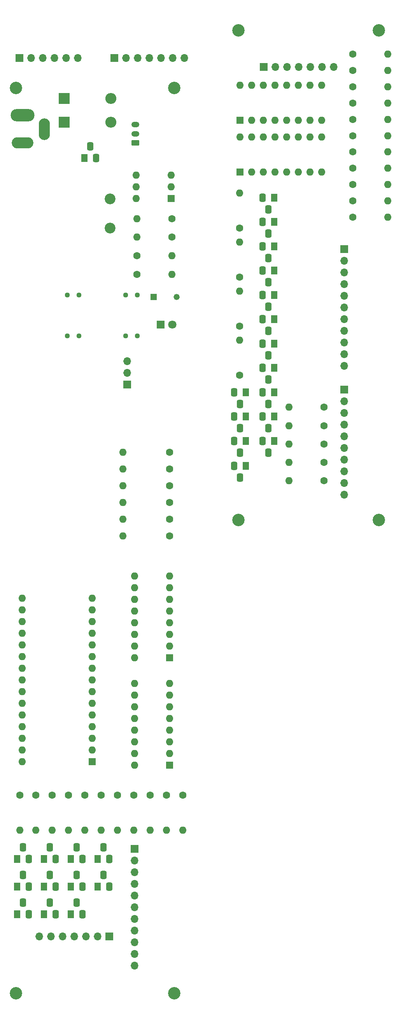
<source format=gbr>
%TF.GenerationSoftware,KiCad,Pcbnew,8.0.7*%
%TF.CreationDate,2025-07-02T12:24:07+01:00*%
%TF.ProjectId,KiCad,4b694361-642e-46b6-9963-61645f706362,v1*%
%TF.SameCoordinates,Original*%
%TF.FileFunction,Soldermask,Bot*%
%TF.FilePolarity,Negative*%
%FSLAX46Y46*%
G04 Gerber Fmt 4.6, Leading zero omitted, Abs format (unit mm)*
G04 Created by KiCad (PCBNEW 8.0.7) date 2025-07-02 12:24:07*
%MOMM*%
%LPD*%
G01*
G04 APERTURE LIST*
G04 Aperture macros list*
%AMRoundRect*
0 Rectangle with rounded corners*
0 $1 Rounding radius*
0 $2 $3 $4 $5 $6 $7 $8 $9 X,Y pos of 4 corners*
0 Add a 4 corners polygon primitive as box body*
4,1,4,$2,$3,$4,$5,$6,$7,$8,$9,$2,$3,0*
0 Add four circle primitives for the rounded corners*
1,1,$1+$1,$2,$3*
1,1,$1+$1,$4,$5*
1,1,$1+$1,$6,$7*
1,1,$1+$1,$8,$9*
0 Add four rect primitives between the rounded corners*
20,1,$1+$1,$2,$3,$4,$5,0*
20,1,$1+$1,$4,$5,$6,$7,0*
20,1,$1+$1,$6,$7,$8,$9,0*
20,1,$1+$1,$8,$9,$2,$3,0*%
G04 Aperture macros list end*
%ADD10R,1.320800X1.320800*%
%ADD11C,1.320800*%
%ADD12R,2.400000X2.400000*%
%ADD13O,2.400000X2.400000*%
%ADD14RoundRect,0.250000X0.625000X-0.350000X0.625000X0.350000X-0.625000X0.350000X-0.625000X-0.350000X0*%
%ADD15O,1.750000X1.200000*%
%ADD16C,1.600000*%
%ADD17O,1.600000X1.600000*%
%ADD18C,2.700000*%
%ADD19R,1.350000X1.800000*%
%ADD20RoundRect,0.337500X0.337500X0.562500X-0.337500X0.562500X-0.337500X-0.562500X0.337500X-0.562500X0*%
%ADD21RoundRect,0.337500X-0.337500X-0.562500X0.337500X-0.562500X0.337500X0.562500X-0.337500X0.562500X0*%
%ADD22R,1.600000X1.600000*%
%ADD23R,1.800000X1.800000*%
%ADD24C,1.800000*%
%ADD25R,1.700000X1.700000*%
%ADD26O,1.700000X1.700000*%
%ADD27O,5.204000X2.704000*%
%ADD28O,4.704000X2.454000*%
%ADD29O,2.454000X4.704000*%
%ADD30C,1.117600*%
%ADD31C,2.336800*%
G04 APERTURE END LIST*
D10*
%TO.C,C1*%
X72000000Y-222000000D03*
D11*
X76999990Y-222000000D03*
%TD*%
D12*
%TO.C,D2*%
X52500000Y-184000000D03*
D13*
X62660000Y-184000000D03*
%TD*%
D12*
%TO.C,D1*%
X52500000Y-178850000D03*
D13*
X62660000Y-178850000D03*
%TD*%
D14*
%TO.C,BT1*%
X68000000Y-188500000D03*
D15*
X68000000Y-186500000D03*
X68000000Y-184500000D03*
%TD*%
D16*
%TO.C,R47*%
X109120000Y-262000000D03*
D17*
X101500000Y-262000000D03*
%TD*%
D18*
%TO.C,M2.5*%
X76500000Y-373500000D03*
%TD*%
D19*
%TO.C,Q14*%
X98270000Y-210979492D03*
D20*
X97000000Y-213529492D03*
X95730000Y-210979492D03*
%TD*%
D19*
%TO.C,Q12*%
X98270000Y-200397656D03*
D20*
X97000000Y-202947656D03*
X95730000Y-200397656D03*
%TD*%
D16*
%TO.C,R49*%
X90730000Y-228333332D03*
D17*
X90730000Y-220713332D03*
%TD*%
D19*
%TO.C,Q27*%
X56960000Y-191775000D03*
D21*
X58230000Y-189225000D03*
X59500000Y-191775000D03*
%TD*%
D16*
%TO.C,R42*%
X109120000Y-250000000D03*
D17*
X101500000Y-250000000D03*
%TD*%
D16*
%TO.C,R43*%
X115380000Y-197500000D03*
D17*
X123000000Y-197500000D03*
%TD*%
D16*
%TO.C,R1*%
X42850000Y-330380000D03*
D17*
X42850000Y-338000000D03*
%TD*%
D22*
%TO.C,U6*%
X90800000Y-183532757D03*
D17*
X93340000Y-183532757D03*
X95880000Y-183532757D03*
X98420000Y-183532757D03*
X100960000Y-183532757D03*
X103500000Y-183532757D03*
X106040000Y-183532757D03*
X108580000Y-183532757D03*
X108580000Y-175912757D03*
X106040000Y-175912757D03*
X103500000Y-175912757D03*
X100960000Y-175912757D03*
X98420000Y-175912757D03*
X95880000Y-175912757D03*
X93340000Y-175912757D03*
X90800000Y-175912757D03*
%TD*%
D16*
%TO.C,R35*%
X68380000Y-213000000D03*
D17*
X76000000Y-213000000D03*
%TD*%
D19*
%TO.C,Q21*%
X92040000Y-253306836D03*
D20*
X90770000Y-255856836D03*
X89500000Y-253306836D03*
%TD*%
D16*
%TO.C,R17*%
X75500000Y-274000000D03*
D17*
X65340000Y-274000000D03*
%TD*%
D19*
%TO.C,Q23*%
X92040000Y-258725000D03*
D20*
X90770000Y-261275000D03*
X89500000Y-258725000D03*
%TD*%
D16*
%TO.C,R34*%
X76000000Y-209000000D03*
D17*
X68380000Y-209000000D03*
%TD*%
D19*
%TO.C,Q4*%
X59853334Y-344275000D03*
D21*
X61123334Y-341725000D03*
X62393334Y-344275000D03*
%TD*%
D22*
%TO.C,A1*%
X58610000Y-323050000D03*
D17*
X58610000Y-320510000D03*
X58610000Y-317970000D03*
X58610000Y-315430000D03*
X58610000Y-312890000D03*
X58610000Y-310350000D03*
X58610000Y-307810000D03*
X58610000Y-305270000D03*
X58610000Y-302730000D03*
X58610000Y-300190000D03*
X58610000Y-297650000D03*
X58610000Y-295110000D03*
X58610000Y-292570000D03*
X58610000Y-290030000D03*
X58610000Y-287490000D03*
X43370000Y-287490000D03*
X43370000Y-290030000D03*
X43370000Y-292570000D03*
X43370000Y-295110000D03*
X43370000Y-297650000D03*
X43370000Y-300190000D03*
X43370000Y-302730000D03*
X43370000Y-305270000D03*
X43370000Y-307810000D03*
X43370000Y-310350000D03*
X43370000Y-312890000D03*
X43370000Y-315430000D03*
X43370000Y-317970000D03*
X43370000Y-320510000D03*
X43370000Y-323050000D03*
%TD*%
D19*
%TO.C,Q15*%
X98270000Y-216270410D03*
D20*
X97000000Y-218820410D03*
X95730000Y-216270410D03*
%TD*%
D19*
%TO.C,Q20*%
X98270000Y-232143164D03*
D20*
X97000000Y-234693164D03*
X95730000Y-232143164D03*
%TD*%
D23*
%TO.C,D3*%
X73500000Y-228000000D03*
D24*
X76040000Y-228000000D03*
%TD*%
D16*
%TO.C,R48*%
X90730000Y-239000000D03*
D17*
X90730000Y-231380000D03*
%TD*%
D19*
%TO.C,Q22*%
X98270000Y-237434082D03*
D20*
X97000000Y-239984082D03*
X95730000Y-237434082D03*
%TD*%
D16*
%TO.C,R52*%
X90730000Y-207000000D03*
D17*
X90730000Y-199380000D03*
%TD*%
D25*
%TO.C,REF\u002A\u002A*%
X96000000Y-172000000D03*
D26*
X98540000Y-172000000D03*
X101080000Y-172000000D03*
X103620000Y-172000000D03*
X106160000Y-172000000D03*
X108700000Y-172000000D03*
X111240000Y-172000000D03*
%TD*%
D19*
%TO.C,Q18*%
X98270000Y-226852246D03*
D20*
X97000000Y-229402246D03*
X95730000Y-226852246D03*
%TD*%
D16*
%TO.C,R44*%
X109120000Y-254000000D03*
D17*
X101500000Y-254000000D03*
%TD*%
D19*
%TO.C,Q1*%
X42293334Y-344275000D03*
D21*
X43563334Y-341725000D03*
X44833334Y-344275000D03*
%TD*%
D16*
%TO.C,R29*%
X115380000Y-169184860D03*
D17*
X123000000Y-169184860D03*
%TD*%
D16*
%TO.C,R31*%
X115380000Y-176274900D03*
D17*
X123000000Y-176274900D03*
%TD*%
D18*
%TO.C,M2.5*%
X42000000Y-373500000D03*
%TD*%
D19*
%TO.C,Q9*%
X42293334Y-356275000D03*
D21*
X43563334Y-353725000D03*
X44833334Y-356275000D03*
%TD*%
D18*
%TO.C,M2.5*%
X90500000Y-270500000D03*
%TD*%
%TO.C,M2.5*%
X121000000Y-270500000D03*
%TD*%
D16*
%TO.C,R5*%
X57050000Y-330380000D03*
D17*
X57050000Y-338000000D03*
%TD*%
D19*
%TO.C,Q3*%
X54000000Y-344275000D03*
D21*
X55270000Y-341725000D03*
X56540000Y-344275000D03*
%TD*%
D25*
%TO.C,U5*%
X66250000Y-241080000D03*
D26*
X66250000Y-238540000D03*
X66250000Y-236000000D03*
%TD*%
D25*
%TO.C,J2*%
X113500000Y-211572757D03*
D26*
X113500000Y-214112757D03*
X113500000Y-216652757D03*
X113500000Y-219192757D03*
X113500000Y-221732757D03*
X113500000Y-224272757D03*
X113500000Y-226812757D03*
X113500000Y-229352757D03*
X113500000Y-231892757D03*
X113500000Y-234432757D03*
X113500000Y-236972757D03*
%TD*%
D19*
%TO.C,Q24*%
X98270000Y-242725000D03*
D20*
X97000000Y-245275000D03*
X95730000Y-242725000D03*
%TD*%
D22*
%TO.C,U1*%
X75500000Y-300500000D03*
D17*
X75500000Y-297960000D03*
X75500000Y-295420000D03*
X75500000Y-292880000D03*
X75500000Y-290340000D03*
X75500000Y-287800000D03*
X75500000Y-285260000D03*
X75500000Y-282720000D03*
X67880000Y-282720000D03*
X67880000Y-285260000D03*
X67880000Y-287800000D03*
X67880000Y-290340000D03*
X67880000Y-292880000D03*
X67880000Y-295420000D03*
X67880000Y-297960000D03*
X67880000Y-300500000D03*
%TD*%
D19*
%TO.C,Q17*%
X92040000Y-242725000D03*
D20*
X90770000Y-245275000D03*
X89500000Y-242725000D03*
%TD*%
D16*
%TO.C,R8*%
X67700000Y-330380000D03*
D17*
X67700000Y-338000000D03*
%TD*%
D25*
%TO.C,J1*%
X67850000Y-342070000D03*
D26*
X67850000Y-344610000D03*
X67850000Y-347150000D03*
X67850000Y-349690000D03*
X67850000Y-352230000D03*
X67850000Y-354770000D03*
X67850000Y-357310000D03*
X67850000Y-359850000D03*
X67850000Y-362390000D03*
X67850000Y-364930000D03*
X67850000Y-367470000D03*
%TD*%
D19*
%TO.C,Q11*%
X54000000Y-356275000D03*
D21*
X55270000Y-353725000D03*
X56540000Y-356275000D03*
%TD*%
D16*
%TO.C,R14*%
X75500000Y-259400000D03*
D17*
X65340000Y-259400000D03*
%TD*%
D19*
%TO.C,Q13*%
X98270000Y-205688574D03*
D20*
X97000000Y-208238574D03*
X95730000Y-205688574D03*
%TD*%
D27*
%TO.C,J3*%
X43500000Y-182500000D03*
D28*
X43500000Y-188500000D03*
D29*
X48200000Y-185500000D03*
%TD*%
D16*
%TO.C,R37*%
X115380000Y-186909960D03*
D17*
X123000000Y-186909960D03*
%TD*%
D18*
%TO.C,M2.5*%
X42000000Y-176500000D03*
%TD*%
D25*
%TO.C,U3*%
X63500000Y-170000000D03*
D26*
X66040000Y-170000000D03*
X68580000Y-170000000D03*
X71120000Y-170000000D03*
X73660000Y-170000000D03*
X76200000Y-170000000D03*
X78740000Y-170000000D03*
%TD*%
D16*
%TO.C,R40*%
X109120000Y-246000000D03*
D17*
X101500000Y-246000000D03*
%TD*%
D30*
%TO.C,U7*%
X68500000Y-221610000D03*
X65960000Y-221610000D03*
X55800000Y-221610000D03*
X53260000Y-221610000D03*
X53260000Y-230500000D03*
X55800000Y-230500000D03*
X65960000Y-230500000D03*
X68500000Y-230500000D03*
%TD*%
D16*
%TO.C,R38*%
X68380000Y-217100000D03*
D17*
X76000000Y-217100000D03*
%TD*%
D19*
%TO.C,Q26*%
X98270000Y-253306836D03*
D20*
X97000000Y-255856836D03*
X95730000Y-253306836D03*
%TD*%
D19*
%TO.C,Q7*%
X54000000Y-350275000D03*
D21*
X55270000Y-347725000D03*
X56540000Y-350275000D03*
%TD*%
D18*
%TO.C,M2.5*%
X76500000Y-176500000D03*
%TD*%
D16*
%TO.C,R33*%
X115380000Y-179819920D03*
D17*
X123000000Y-179819920D03*
%TD*%
D19*
%TO.C,Q25*%
X98270000Y-248015918D03*
D20*
X97000000Y-250565918D03*
X95730000Y-248015918D03*
%TD*%
D16*
%TO.C,R3*%
X49950000Y-330380000D03*
D17*
X49950000Y-338000000D03*
%TD*%
D22*
%TO.C,U2*%
X75500000Y-323875000D03*
D17*
X75500000Y-321335000D03*
X75500000Y-318795000D03*
X75500000Y-316255000D03*
X75500000Y-313715000D03*
X75500000Y-311175000D03*
X75500000Y-308635000D03*
X75500000Y-306095000D03*
X67880000Y-306095000D03*
X67880000Y-308635000D03*
X67880000Y-311175000D03*
X67880000Y-313715000D03*
X67880000Y-316255000D03*
X67880000Y-318795000D03*
X67880000Y-321335000D03*
X67880000Y-323875000D03*
%TD*%
D31*
%TO.C,SW1*%
X62500000Y-200650000D03*
X62500000Y-207000000D03*
%TD*%
D19*
%TO.C,Q19*%
X92040000Y-248015918D03*
D20*
X90770000Y-250565918D03*
X89500000Y-248015918D03*
%TD*%
D19*
%TO.C,Q8*%
X59853334Y-350275000D03*
D21*
X61123334Y-347725000D03*
X62393334Y-350275000D03*
%TD*%
D18*
%TO.C,M2.5*%
X90500000Y-164000000D03*
%TD*%
D16*
%TO.C,R6*%
X60600000Y-330380000D03*
D17*
X60600000Y-338000000D03*
%TD*%
D16*
%TO.C,R4*%
X53500000Y-330380000D03*
D17*
X53500000Y-338000000D03*
%TD*%
D16*
%TO.C,R30*%
X115380000Y-172729880D03*
D17*
X123000000Y-172729880D03*
%TD*%
D16*
%TO.C,R10*%
X74800000Y-330380000D03*
D17*
X74800000Y-338000000D03*
%TD*%
D25*
%TO.C,REF\u002A\u002A*%
X62390000Y-361125000D03*
D26*
X59850000Y-361125000D03*
X57310000Y-361125000D03*
X54770000Y-361125000D03*
X52230000Y-361125000D03*
X49690000Y-361125000D03*
X47150000Y-361125000D03*
%TD*%
D16*
%TO.C,R7*%
X64150000Y-330380000D03*
D17*
X64150000Y-338000000D03*
%TD*%
D19*
%TO.C,Q6*%
X48146667Y-350275000D03*
D21*
X49416667Y-347725000D03*
X50686667Y-350275000D03*
%TD*%
D16*
%TO.C,R11*%
X78350000Y-330380000D03*
D17*
X78350000Y-338000000D03*
%TD*%
D19*
%TO.C,Q10*%
X48146667Y-356275000D03*
D21*
X49416667Y-353725000D03*
X50686667Y-356275000D03*
%TD*%
D16*
%TO.C,R9*%
X71250000Y-330380000D03*
D17*
X71250000Y-338000000D03*
%TD*%
D16*
%TO.C,R45*%
X109120000Y-258000000D03*
D17*
X101500000Y-258000000D03*
%TD*%
D16*
%TO.C,R41*%
X115380000Y-194000000D03*
D17*
X123000000Y-194000000D03*
%TD*%
D19*
%TO.C,Q2*%
X48146667Y-344275000D03*
D21*
X49416667Y-341725000D03*
X50686667Y-344275000D03*
%TD*%
D18*
%TO.C,M2.5*%
X121000000Y-164000000D03*
%TD*%
D16*
%TO.C,R12*%
X75500000Y-266700000D03*
D17*
X65340000Y-266700000D03*
%TD*%
D16*
%TO.C,R51*%
X90730000Y-217666666D03*
D17*
X90730000Y-210046666D03*
%TD*%
D19*
%TO.C,Q16*%
X98270000Y-221561328D03*
D20*
X97000000Y-224111328D03*
X95730000Y-221561328D03*
%TD*%
D16*
%TO.C,R2*%
X46400000Y-330380000D03*
D17*
X46400000Y-338000000D03*
%TD*%
D16*
%TO.C,R39*%
X115380000Y-190454980D03*
D17*
X123000000Y-190454980D03*
%TD*%
D16*
%TO.C,R46*%
X115380000Y-201090040D03*
D17*
X123000000Y-201090040D03*
%TD*%
D16*
%TO.C,R36*%
X115380000Y-183364940D03*
D17*
X123000000Y-183364940D03*
%TD*%
D16*
%TO.C,R16*%
X75500000Y-270350000D03*
D17*
X65340000Y-270350000D03*
%TD*%
D19*
%TO.C,Q5*%
X42293334Y-350275000D03*
D21*
X43563334Y-347725000D03*
X44833334Y-350275000D03*
%TD*%
D16*
%TO.C,R50*%
X115380000Y-204635060D03*
D17*
X123000000Y-204635060D03*
%TD*%
D22*
%TO.C,U9*%
X90800000Y-194852757D03*
D17*
X93340000Y-194852757D03*
X95880000Y-194852757D03*
X98420000Y-194852757D03*
X100960000Y-194852757D03*
X103500000Y-194852757D03*
X106040000Y-194852757D03*
X108580000Y-194852757D03*
X108580000Y-187232757D03*
X106040000Y-187232757D03*
X103500000Y-187232757D03*
X100960000Y-187232757D03*
X98420000Y-187232757D03*
X95880000Y-187232757D03*
X93340000Y-187232757D03*
X90800000Y-187232757D03*
%TD*%
D16*
%TO.C,R32*%
X76000000Y-204950000D03*
D17*
X68380000Y-204950000D03*
%TD*%
D16*
%TO.C,R13*%
X75500000Y-263050000D03*
D17*
X65340000Y-263050000D03*
%TD*%
D25*
%TO.C,U4*%
X42800000Y-170000000D03*
D26*
X45340000Y-170000000D03*
X47880000Y-170000000D03*
X50420000Y-170000000D03*
X52960000Y-170000000D03*
X55500000Y-170000000D03*
%TD*%
D16*
%TO.C,R15*%
X75500000Y-255750000D03*
D17*
X65340000Y-255750000D03*
%TD*%
D25*
%TO.C,J4*%
X113500000Y-242152757D03*
D26*
X113500000Y-244692757D03*
X113500000Y-247232757D03*
X113500000Y-249772757D03*
X113500000Y-252312757D03*
X113500000Y-254852757D03*
X113500000Y-257392757D03*
X113500000Y-259932757D03*
X113500000Y-262472757D03*
X113500000Y-265012757D03*
%TD*%
D22*
%TO.C,U8*%
X75800000Y-200550000D03*
D17*
X75800000Y-198010000D03*
X75800000Y-195470000D03*
X68180000Y-195470000D03*
X68180000Y-198010000D03*
X68180000Y-200550000D03*
%TD*%
M02*

</source>
